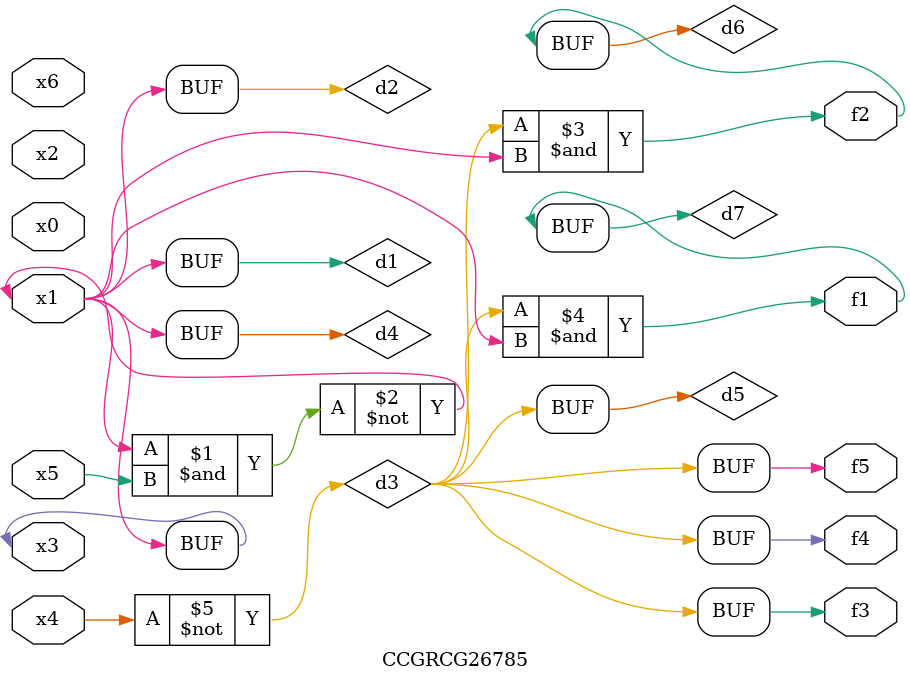
<source format=v>
module CCGRCG26785(
	input x0, x1, x2, x3, x4, x5, x6,
	output f1, f2, f3, f4, f5
);

	wire d1, d2, d3, d4, d5, d6, d7;

	buf (d1, x1, x3);
	nand (d2, x1, x5);
	not (d3, x4);
	buf (d4, d1, d2);
	buf (d5, d3);
	and (d6, d3, d4);
	and (d7, d3, d4);
	assign f1 = d7;
	assign f2 = d6;
	assign f3 = d5;
	assign f4 = d5;
	assign f5 = d5;
endmodule

</source>
